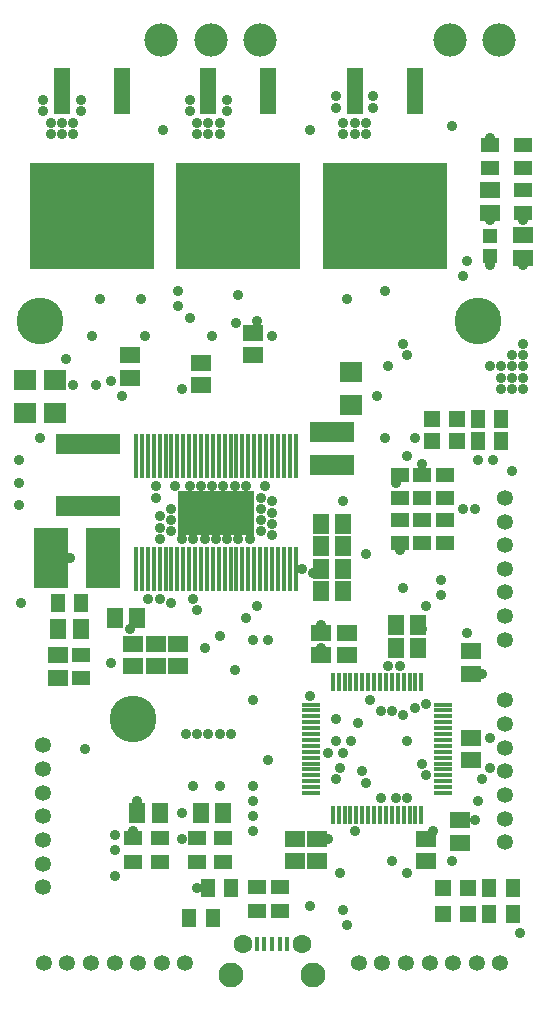
<source format=gts>
G75*
%MOIN*%
%OFA0B0*%
%FSLAX25Y25*%
%IPPOS*%
%LPD*%
%AMOC8*
5,1,8,0,0,1.08239X$1,22.5*
%
%ADD10C,0.15600*%
%ADD11R,0.06506X0.05718*%
%ADD12R,0.05718X0.06506*%
%ADD13C,0.06309*%
%ADD14C,0.08277*%
%ADD15R,0.01387X0.05128*%
%ADD16R,0.05324X0.05324*%
%ADD17R,0.41200X0.35700*%
%ADD18R,0.05800X0.15200*%
%ADD19R,0.04931X0.06112*%
%ADD20R,0.06112X0.04931*%
%ADD21R,0.25600X0.14773*%
%ADD22R,0.01781X0.14576*%
%ADD23R,0.06400X0.01700*%
%ADD24R,0.01700X0.06400*%
%ADD25R,0.04931X0.04537*%
%ADD26C,0.05324*%
%ADD27C,0.11100*%
%ADD28R,0.11624X0.20285*%
%ADD29R,0.07687X0.06899*%
%ADD30R,0.21500X0.07000*%
%ADD31C,0.03553*%
D10*
X0063929Y0103050D03*
X0032679Y0235550D03*
X0178929Y0235550D03*
D11*
X0193929Y0256810D03*
X0193929Y0264290D03*
X0182679Y0271810D03*
X0182679Y0279290D03*
X0103929Y0231790D03*
X0103929Y0224310D03*
X0086429Y0221790D03*
X0086429Y0214310D03*
X0062679Y0216810D03*
X0062679Y0224290D03*
X0063929Y0128040D03*
X0063929Y0120560D03*
X0071429Y0120560D03*
X0071429Y0128040D03*
X0078929Y0128040D03*
X0078929Y0120560D03*
X0117679Y0063040D03*
X0117679Y0055560D03*
X0125179Y0055560D03*
X0125179Y0063040D03*
X0161429Y0063040D03*
X0161429Y0055560D03*
X0172679Y0061810D03*
X0172679Y0069290D03*
X0176429Y0089310D03*
X0176429Y0096790D03*
X0176429Y0118060D03*
X0176429Y0125540D03*
X0135179Y0124310D03*
X0135179Y0131790D03*
X0126429Y0131790D03*
X0126429Y0124310D03*
X0038929Y0124290D03*
X0038929Y0116810D03*
D12*
X0038939Y0133050D03*
X0046419Y0133050D03*
X0057689Y0136800D03*
X0065169Y0136800D03*
X0065189Y0071800D03*
X0072669Y0071800D03*
X0086439Y0071800D03*
X0093919Y0071800D03*
X0126439Y0145550D03*
X0126439Y0153050D03*
X0133919Y0153050D03*
X0133919Y0145550D03*
X0133919Y0160550D03*
X0133919Y0168050D03*
X0126439Y0168050D03*
X0126439Y0160550D03*
X0151439Y0134300D03*
X0151439Y0126800D03*
X0158919Y0126800D03*
X0158919Y0134300D03*
D13*
X0120021Y0028130D03*
X0100336Y0028130D03*
D14*
X0096399Y0017500D03*
X0123958Y0017500D03*
D15*
X0115297Y0028031D03*
X0112738Y0028031D03*
X0110179Y0028031D03*
X0107620Y0028031D03*
X0105061Y0028031D03*
D16*
X0167295Y0038050D03*
X0175563Y0038050D03*
X0175563Y0046800D03*
X0167295Y0046800D03*
X0163545Y0195550D03*
X0163545Y0203050D03*
X0171813Y0203050D03*
X0171813Y0195550D03*
D17*
X0147679Y0270500D03*
X0098929Y0270500D03*
X0050179Y0270500D03*
D18*
X0060179Y0312263D03*
X0040179Y0312263D03*
X0088929Y0312263D03*
X0108929Y0312263D03*
X0137679Y0312263D03*
X0157679Y0312263D03*
D19*
X0178742Y0203050D03*
X0178742Y0195550D03*
X0186616Y0195550D03*
X0186616Y0203050D03*
X0190366Y0046800D03*
X0190366Y0038050D03*
X0182492Y0038050D03*
X0182492Y0046800D03*
X0096616Y0046800D03*
X0088742Y0046800D03*
X0090366Y0036800D03*
X0082492Y0036800D03*
X0046616Y0141800D03*
X0038742Y0141800D03*
D20*
X0046429Y0124487D03*
X0046429Y0116613D03*
X0063929Y0063237D03*
X0063929Y0055363D03*
X0072679Y0055363D03*
X0072679Y0063237D03*
X0085179Y0063237D03*
X0085179Y0055363D03*
X0093929Y0055363D03*
X0093929Y0063237D03*
X0105179Y0046987D03*
X0105179Y0039113D03*
X0112679Y0039113D03*
X0112679Y0046987D03*
X0152679Y0161613D03*
X0160179Y0161613D03*
X0160179Y0169487D03*
X0160179Y0176613D03*
X0152679Y0176613D03*
X0152679Y0169487D03*
X0152679Y0184487D03*
X0160179Y0184487D03*
X0167679Y0184487D03*
X0167679Y0176613D03*
X0167679Y0169487D03*
X0167679Y0161613D03*
X0193929Y0271613D03*
X0193929Y0279487D03*
X0193929Y0286613D03*
X0193929Y0294487D03*
X0182679Y0294487D03*
X0182679Y0286613D03*
D21*
X0091429Y0171800D03*
D22*
X0092413Y0153099D03*
X0090445Y0153099D03*
X0088476Y0153099D03*
X0086508Y0153099D03*
X0084539Y0153099D03*
X0082571Y0153099D03*
X0080602Y0153099D03*
X0078634Y0153099D03*
X0076665Y0153099D03*
X0074697Y0153099D03*
X0072728Y0153099D03*
X0070760Y0153099D03*
X0068791Y0153099D03*
X0066823Y0153099D03*
X0064854Y0153099D03*
X0064854Y0190501D03*
X0066823Y0190501D03*
X0068791Y0190501D03*
X0070760Y0190501D03*
X0072728Y0190501D03*
X0074697Y0190501D03*
X0076665Y0190501D03*
X0078634Y0190501D03*
X0080602Y0190501D03*
X0082571Y0190501D03*
X0084539Y0190501D03*
X0086508Y0190501D03*
X0088476Y0190501D03*
X0090445Y0190501D03*
X0092413Y0190501D03*
X0094382Y0190501D03*
X0096350Y0190501D03*
X0098319Y0190501D03*
X0100287Y0190501D03*
X0102256Y0190501D03*
X0104224Y0190501D03*
X0106193Y0190501D03*
X0108161Y0190501D03*
X0110130Y0190501D03*
X0112098Y0190501D03*
X0114067Y0190501D03*
X0116035Y0190501D03*
X0118004Y0190501D03*
X0118004Y0153099D03*
X0116035Y0153099D03*
X0114067Y0153099D03*
X0112098Y0153099D03*
X0110130Y0153099D03*
X0108161Y0153099D03*
X0106193Y0153099D03*
X0104224Y0153099D03*
X0102256Y0153099D03*
X0100287Y0153099D03*
X0098319Y0153099D03*
X0096350Y0153099D03*
X0094382Y0153099D03*
D23*
X0123029Y0107814D03*
X0123029Y0105845D03*
X0123029Y0103877D03*
X0123029Y0101908D03*
X0123029Y0099940D03*
X0123029Y0097971D03*
X0123029Y0096003D03*
X0123029Y0094034D03*
X0123029Y0092066D03*
X0123029Y0090097D03*
X0123029Y0088129D03*
X0123029Y0086160D03*
X0123029Y0084192D03*
X0123029Y0082223D03*
X0123029Y0080255D03*
X0123029Y0078286D03*
X0167329Y0078286D03*
X0167329Y0080255D03*
X0167329Y0082223D03*
X0167329Y0084192D03*
X0167329Y0086160D03*
X0167329Y0088129D03*
X0167329Y0090097D03*
X0167329Y0092066D03*
X0167329Y0094034D03*
X0167329Y0096003D03*
X0167329Y0097971D03*
X0167329Y0099940D03*
X0167329Y0101908D03*
X0167329Y0103877D03*
X0167329Y0105845D03*
X0167329Y0107814D03*
D24*
X0159943Y0115200D03*
X0157974Y0115200D03*
X0156006Y0115200D03*
X0154037Y0115200D03*
X0152069Y0115200D03*
X0150100Y0115200D03*
X0148132Y0115200D03*
X0146163Y0115200D03*
X0144195Y0115200D03*
X0142226Y0115200D03*
X0140258Y0115200D03*
X0138289Y0115200D03*
X0136321Y0115200D03*
X0134352Y0115200D03*
X0132384Y0115200D03*
X0130415Y0115200D03*
X0130415Y0070900D03*
X0132384Y0070900D03*
X0134352Y0070900D03*
X0136321Y0070900D03*
X0138289Y0070900D03*
X0140258Y0070900D03*
X0142226Y0070900D03*
X0144195Y0070900D03*
X0146163Y0070900D03*
X0148132Y0070900D03*
X0150100Y0070900D03*
X0152069Y0070900D03*
X0154037Y0070900D03*
X0156006Y0070900D03*
X0157974Y0070900D03*
X0159943Y0070900D03*
D25*
X0182679Y0257204D03*
X0182679Y0263896D03*
D26*
X0034057Y0021800D03*
X0041931Y0021800D03*
X0049805Y0021800D03*
X0057679Y0021800D03*
X0065553Y0021800D03*
X0073427Y0021800D03*
X0081301Y0021800D03*
X0033929Y0046928D03*
X0033929Y0054802D03*
X0033929Y0062676D03*
X0033929Y0070550D03*
X0033929Y0078424D03*
X0033929Y0086298D03*
X0033929Y0094172D03*
X0139057Y0021800D03*
X0146931Y0021800D03*
X0154805Y0021800D03*
X0162679Y0021800D03*
X0170553Y0021800D03*
X0178427Y0021800D03*
X0186301Y0021800D03*
X0187679Y0061928D03*
X0187679Y0069802D03*
X0187679Y0077676D03*
X0187679Y0085550D03*
X0187679Y0093424D03*
X0187679Y0101298D03*
X0187679Y0109172D03*
X0187679Y0129428D03*
X0187679Y0137302D03*
X0187679Y0145176D03*
X0187679Y0153050D03*
X0187679Y0160924D03*
X0187679Y0168798D03*
X0187679Y0176672D03*
D27*
X0185929Y0329250D03*
X0169429Y0329250D03*
X0106179Y0329250D03*
X0089679Y0329250D03*
X0073179Y0329250D03*
D28*
X0053840Y0156800D03*
X0036517Y0156800D03*
D29*
X0037679Y0205038D03*
X0037679Y0216062D03*
X0027679Y0216062D03*
X0027679Y0205038D03*
X0126429Y0198562D03*
X0133929Y0198562D03*
X0136429Y0207538D03*
X0136429Y0218562D03*
X0133929Y0187538D03*
X0126429Y0187538D03*
D30*
X0048929Y0194500D03*
X0048929Y0174100D03*
D31*
X0053840Y0156800D03*
X0042679Y0156800D03*
X0026429Y0141800D03*
X0025917Y0174300D03*
X0025917Y0181800D03*
X0025917Y0189300D03*
X0032679Y0196800D03*
X0043929Y0214300D03*
X0041429Y0223050D03*
X0050179Y0230550D03*
X0052679Y0243050D03*
X0066429Y0243050D03*
X0067679Y0230550D03*
X0078929Y0240550D03*
X0078929Y0245550D03*
X0082679Y0236800D03*
X0090179Y0230550D03*
X0098319Y0234940D03*
X0105179Y0235550D03*
X0110179Y0230550D03*
X0098929Y0244300D03*
X0080179Y0213050D03*
X0060179Y0210550D03*
X0056429Y0215550D03*
X0051429Y0214300D03*
X0071429Y0180550D03*
X0071429Y0176800D03*
X0072679Y0170550D03*
X0072679Y0166800D03*
X0072679Y0163050D03*
X0076429Y0165550D03*
X0076429Y0169300D03*
X0076429Y0173050D03*
X0077679Y0180550D03*
X0082679Y0180550D03*
X0086429Y0180550D03*
X0090179Y0180550D03*
X0093929Y0180550D03*
X0097679Y0180550D03*
X0101429Y0180550D03*
X0106429Y0176800D03*
X0106429Y0173050D03*
X0106429Y0169300D03*
X0106429Y0165550D03*
X0110179Y0164300D03*
X0110179Y0168050D03*
X0110179Y0171800D03*
X0110179Y0175550D03*
X0107679Y0180550D03*
X0102679Y0163050D03*
X0098929Y0163050D03*
X0095179Y0163050D03*
X0091429Y0163050D03*
X0087679Y0163050D03*
X0083929Y0163050D03*
X0080179Y0163050D03*
X0083929Y0143050D03*
X0085179Y0139300D03*
X0092679Y0130550D03*
X0087679Y0126800D03*
X0097679Y0119300D03*
X0103929Y0109300D03*
X0096429Y0098050D03*
X0092679Y0098050D03*
X0088929Y0098050D03*
X0085179Y0098050D03*
X0081429Y0098050D03*
X0083929Y0080550D03*
X0080179Y0071800D03*
X0080179Y0063050D03*
X0085179Y0046800D03*
X0103929Y0065550D03*
X0103929Y0070550D03*
X0103929Y0075550D03*
X0103929Y0080550D03*
X0108929Y0089300D03*
X0122679Y0110550D03*
X0131429Y0103050D03*
X0131429Y0095550D03*
X0133929Y0091800D03*
X0136429Y0095550D03*
X0132679Y0086800D03*
X0131429Y0083050D03*
X0128929Y0091800D03*
X0140179Y0085550D03*
X0141429Y0081800D03*
X0146429Y0076800D03*
X0151429Y0076800D03*
X0155179Y0076800D03*
X0161429Y0084300D03*
X0160179Y0088050D03*
X0155179Y0095550D03*
X0153929Y0104300D03*
X0150179Y0105550D03*
X0146429Y0105550D03*
X0142679Y0109300D03*
X0138929Y0101800D03*
X0148929Y0120550D03*
X0152679Y0120550D03*
X0160179Y0133050D03*
X0161429Y0140550D03*
X0166429Y0144300D03*
X0166429Y0149300D03*
X0153929Y0146800D03*
X0152679Y0159300D03*
X0141429Y0158050D03*
X0133929Y0175550D03*
X0147679Y0196800D03*
X0155179Y0190550D03*
X0160179Y0188050D03*
X0157679Y0196800D03*
X0151429Y0181800D03*
X0145179Y0210560D03*
X0148929Y0220550D03*
X0155179Y0224300D03*
X0153929Y0228050D03*
X0147679Y0245550D03*
X0135179Y0243050D03*
X0133929Y0298050D03*
X0137679Y0298050D03*
X0141429Y0298050D03*
X0141429Y0301800D03*
X0137679Y0301800D03*
X0133929Y0301800D03*
X0131429Y0306800D03*
X0131429Y0310550D03*
X0122679Y0299300D03*
X0143929Y0306800D03*
X0143929Y0310550D03*
X0170179Y0300550D03*
X0182679Y0296800D03*
X0182679Y0269300D03*
X0175179Y0255550D03*
X0173929Y0250550D03*
X0182679Y0254300D03*
X0193929Y0254300D03*
X0193929Y0269300D03*
X0193929Y0228050D03*
X0193929Y0224300D03*
X0193929Y0220550D03*
X0193929Y0216800D03*
X0193929Y0213050D03*
X0190179Y0213050D03*
X0190179Y0216800D03*
X0190179Y0220550D03*
X0190179Y0224300D03*
X0186429Y0220550D03*
X0186429Y0216800D03*
X0186429Y0213050D03*
X0182679Y0220550D03*
X0183929Y0189300D03*
X0178929Y0189300D03*
X0190179Y0185550D03*
X0177679Y0173050D03*
X0173929Y0173050D03*
X0175179Y0131800D03*
X0180179Y0118050D03*
X0182679Y0096800D03*
X0182679Y0086800D03*
X0180179Y0083050D03*
X0178929Y0075550D03*
X0177679Y0069300D03*
X0170179Y0055550D03*
X0163929Y0065550D03*
X0155179Y0051800D03*
X0150179Y0055550D03*
X0137679Y0065550D03*
X0128929Y0063050D03*
X0132679Y0051800D03*
X0133929Y0039300D03*
X0135179Y0034300D03*
X0122679Y0040550D03*
X0092679Y0080550D03*
X0065179Y0075550D03*
X0063929Y0065550D03*
X0057679Y0064300D03*
X0057679Y0059300D03*
X0057679Y0050550D03*
X0047679Y0093050D03*
X0056429Y0121800D03*
X0062679Y0133050D03*
X0068929Y0143050D03*
X0072679Y0143050D03*
X0076429Y0141800D03*
X0101429Y0136800D03*
X0105179Y0140550D03*
X0103929Y0129300D03*
X0108929Y0129300D03*
X0120179Y0153050D03*
X0123929Y0151800D03*
X0126429Y0134300D03*
X0126429Y0126800D03*
X0157679Y0106800D03*
X0161429Y0108050D03*
X0192679Y0031800D03*
X0092679Y0298050D03*
X0092679Y0301800D03*
X0088929Y0301800D03*
X0088929Y0298050D03*
X0085179Y0298050D03*
X0085179Y0301800D03*
X0082679Y0305550D03*
X0082679Y0309300D03*
X0073929Y0299300D03*
X0095179Y0305550D03*
X0095179Y0309300D03*
X0046429Y0309300D03*
X0046429Y0305550D03*
X0043929Y0301800D03*
X0043929Y0298050D03*
X0040179Y0298050D03*
X0040179Y0301800D03*
X0036429Y0301800D03*
X0036429Y0298050D03*
X0033929Y0305550D03*
X0033929Y0309300D03*
M02*

</source>
